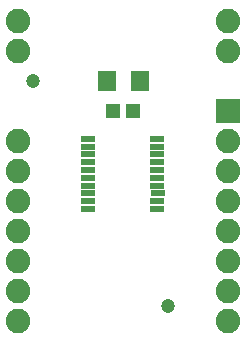
<source format=gbr>
G04 EAGLE Gerber RS-274X export*
G75*
%MOMM*%
%FSLAX34Y34*%
%LPD*%
%INSoldermask Top*%
%IPPOS*%
%AMOC8*
5,1,8,0,0,1.08239X$1,22.5*%
G01*
%ADD10C,1.203200*%
%ADD11R,1.203200X0.603200*%
%ADD12R,1.303200X1.203200*%
%ADD13R,2.082800X2.082800*%
%ADD14C,2.082800*%
%ADD15R,1.603200X1.803200*%


D10*
X25400Y215900D03*
X139700Y25400D03*
D11*
X72230Y107192D03*
X72230Y113796D03*
X72170Y120400D03*
X72230Y127004D03*
X72230Y133608D03*
X72230Y140212D03*
X72230Y146816D03*
X72230Y153420D03*
X72230Y160024D03*
X72230Y166628D03*
X130650Y166628D03*
X130650Y160024D03*
X130650Y153420D03*
X130650Y146816D03*
X130650Y140212D03*
X130650Y133608D03*
X130650Y127004D03*
X130710Y120400D03*
X130650Y113796D03*
X130650Y107192D03*
D12*
X93100Y190500D03*
X110100Y190500D03*
D13*
X190500Y190500D03*
D14*
X190500Y165100D03*
X190500Y139700D03*
X190500Y114300D03*
X190500Y88900D03*
X190500Y63500D03*
X190500Y38100D03*
X190500Y12700D03*
X12700Y165100D03*
X12700Y139700D03*
X12700Y114300D03*
X12700Y88900D03*
X12700Y63500D03*
X12700Y38100D03*
X12700Y12700D03*
X190500Y241300D03*
X190500Y266700D03*
X12700Y266700D03*
X12700Y241300D03*
D15*
X115600Y215900D03*
X87600Y215900D03*
M02*

</source>
